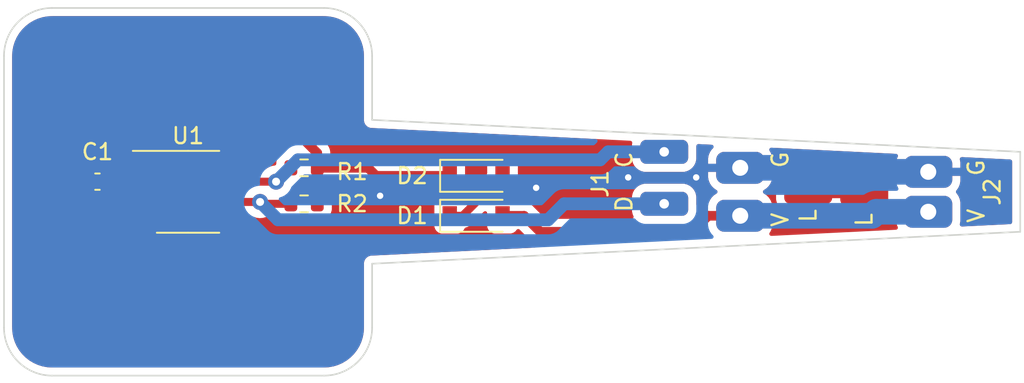
<source format=kicad_pcb>
(kicad_pcb (version 20211014) (generator pcbnew)
  (layers (0 "F.Cu" signal) (31 "B.Cu" signal) (34 "B.Paste" user) (35 "F.Paste" user) (36 "B.SilkS" user "B.Silkscreen") (37 "F.SilkS" user "F.Silkscreen") (38 "B.Mask" user) (39 "F.Mask" user) (44 "Edge.Cuts" user))
  (net 0 "")
  (net 1 "Net-(C1-Pad1)")
  (net 2 "GND")
  (net 3 "Net-(D1-Pad1)")
  (net 4 "+5V")
  (net 5 "Net-(J1-Pad2)")
  (net 6 "Net-(R1-Pad2)")
  (net 7 "Net-(R2-Pad2)")
  (footprint "Resistor_SMD:R_0603_1608Metric" (layer "F.Cu") (at 198.75 96 180)
    (fp_text reference "R1" (at -3 -0.25 180) (layer "F.SilkS"))
    (fp_text value "4.7K" hide)
    (fp_line (start -0.237258 -0.5225) (end 0.237258 -0.5225) (layer "F.SilkS") (width 0.12))
    (fp_line (start -0.237258 0.5225) (end 0.237258 0.5225) (layer "F.SilkS") (width 0.12))
    (pad "1" smd roundrect (at -0.825 0 180) (size 0.8 0.95) (layers "F.Cu" "F.Paste" "F.Mask") (net 1 "Net-(C1-Pad1)"))
    (pad "2" smd roundrect (at 0.825 0 180) (size 0.8 0.95) (layers "F.Cu" "F.Paste" "F.Mask") (net 6 "Net-(R1-Pad2)"))
  )
  (footprint "Capacitor_SMD:C_0603_1608Metric" (layer "F.Cu") (at 185.84 96.865 180)
    (fp_text reference "C1" (at 0 1.865 180) (layer "F.SilkS"))
    (fp_text value "C" hide)
    (fp_line (start -0.14058 0.51) (end 0.14058 0.51) (layer "F.SilkS") (width 0.12))
    (fp_line (start -0.14058 -0.51) (end 0.14058 -0.51) (layer "F.SilkS") (width 0.12))
    (pad "1" smd roundrect (at -0.775 0 180) (size 0.9 0.95) (layers "F.Cu" "F.Paste" "F.Mask") (net 1 "Net-(C1-Pad1)"))
    (pad "2" smd roundrect (at 0.775 0 180) (size 0.9 0.95) (layers "F.Cu" "F.Paste" "F.Mask") (net 2 "GND"))
  )
  (footprint "Package_SO:SOIC-8_3.9x4.9mm_P1.27mm" (layer "F.Cu") (at 191.5 97.5)
    (fp_text reference "U1" (at 0 -3.5) (layer "F.SilkS"))
    (fp_text value "AS5600")
    (fp_line (start 0 -2.56) (end 1.95 -2.56) (layer "F.SilkS") (width 0.12))
    (fp_line (start 0 -2.56) (end -3.45 -2.56) (layer "F.SilkS") (width 0.12))
    (fp_line (start 0 2.56) (end -1.95 2.56) (layer "F.SilkS") (width 0.12))
    (fp_line (start 0 2.56) (end 1.95 2.56) (layer "F.SilkS") (width 0.12))
    (pad "1" smd roundrect (at -2.475 -1.905) (size 1.95 0.6) (layers "F.Cu" "F.Paste" "F.Mask") (net 1 "Net-(C1-Pad1)"))
    (pad "2" smd roundrect (at -2.475 -0.635) (size 1.95 0.6) (layers "F.Cu" "F.Paste" "F.Mask") (net 1 "Net-(C1-Pad1)"))
    (pad "3" smd roundrect (at -2.475 0.635) (size 1.95 0.6) (layers "F.Cu" "F.Paste" "F.Mask"))
    (pad "4" smd roundrect (at -2.475 1.905) (size 1.95 0.6) (layers "F.Cu" "F.Paste" "F.Mask") (net 2 "GND"))
    (pad "5" smd roundrect (at 2.475 1.905) (size 1.95 0.6) (layers "F.Cu" "F.Paste" "F.Mask"))
    (pad "6" smd roundrect (at 2.475 0.635) (size 1.95 0.6) (layers "F.Cu" "F.Paste" "F.Mask") (net 7 "Net-(R2-Pad2)"))
    (pad "7" smd roundrect (at 2.475 -0.635) (size 1.95 0.6) (layers "F.Cu" "F.Paste" "F.Mask") (net 6 "Net-(R1-Pad2)"))
    (pad "8" smd roundrect (at 2.475 -1.905) (size 1.95 0.6) (layers "F.Cu" "F.Paste" "F.Mask") (net 2 "GND"))
  )
  (footprint "Diode_SMD:D_SOD-123" (layer "F.Cu") (at 209.5 99)
    (fp_text reference "D1" (at -4 0) (layer "F.SilkS"))
    (fp_text value "1N4148" hide)
    (fp_line (start -2.25 1) (end 1.65 1) (layer "F.SilkS") (width 0.12))
    (fp_line (start -2.25 -1) (end 1.65 -1) (layer "F.SilkS") (width 0.12))
    (fp_line (start -2.25 -1) (end -2.25 1) (layer "F.SilkS") (width 0.12))
    (pad "1" smd rect (at -1.65 0) (size 0.9 1.2) (layers "F.Cu" "F.Paste" "F.Mask") (net 3 "Net-(D1-Pad1)"))
    (pad "2" smd rect (at 1.65 0) (size 0.9 1.2) (layers "F.Cu" "F.Paste" "F.Mask") (net 4 "+5V"))
  )
  (footprint "iidx_tt:Pads3" (layer "F.Cu") (at 235.75 97.5 180)
    (fp_text reference "J2" (at -6 0 270) (layer "F.SilkS"))
    (fp_text value "Conn_01x03_Female" hide)
    (fp_text user "G" (at -5 1.5 90 unlocked) (layer "F.SilkS"))
    (fp_text user "L" (at 2 -1.75 90 unlocked) (layer "F.SilkS"))
    (fp_text user "V" (at -5 -1.5 90 unlocked) (layer "F.SilkS"))
    (pad "1" thru_hole roundrect (at -2 -1.25 180) (size 3 2) (drill 1) (layers *.Cu *.Mask) (net 4 "+5V"))
    (pad "2" smd roundrect (at 2 0 180) (size 3 1.9) (layers "F.Cu" "F.Paste" "F.Mask") (net 5 "Net-(J1-Pad2)"))
    (pad "3" thru_hole roundrect (at -2 1.25 180) (size 3 2) (drill 1) (layers *.Cu *.Mask) (net 2 "GND"))
  )
  (footprint "Diode_SMD:D_SOD-123" (layer "F.Cu") (at 209.5 96.5)
    (fp_text reference "D2" (at -4 0) (layer "F.SilkS"))
    (fp_text value "1N4148" hide)
    (fp_line (start -2.25 -1) (end 1.65 -1) (layer "F.SilkS") (width 0.12))
    (fp_line (start -2.25 1) (end 1.65 1) (layer "F.SilkS") (width 0.12))
    (fp_line (start -2.25 -1) (end -2.25 1) (layer "F.SilkS") (width 0.12))
    (pad "1" smd rect (at -1.65 0) (size 0.9 1.2) (layers "F.Cu" "F.Paste" "F.Mask") (net 1 "Net-(C1-Pad1)"))
    (pad "2" smd rect (at 1.65 0) (size 0.9 1.2) (layers "F.Cu" "F.Paste" "F.Mask") (net 3 "Net-(D1-Pad1)"))
  )
  (footprint "iidx_tt:Pads5" (layer "F.Cu") (at 223.75 97.5 180)
    (fp_text reference "J1" (at 6.5 0.5 270) (layer "F.SilkS"))
    (fp_text value "Conn_01x05_Female" hide)
    (fp_text user "L" (at -6.5 -1.5 90 unlocked) (layer "F.SilkS"))
    (fp_text user "V" (at -4.75 -1.75 90 unlocked) (layer "F.SilkS"))
    (fp_text user "G" (at -4.75 2 90 unlocked) (layer "F.SilkS"))
    (fp_text user "C" (at 5 2 90 unlocked) (layer "F.SilkS"))
    (fp_text user "D" (at 5 -0.75 90 unlocked) (layer "F.SilkS"))
    (pad "1" thru_hole roundrect (at -2.25 -1.5 180) (size 3 2) (drill 1) (layers *.Cu *.Mask) (net 4 "+5V"))
    (pad "2" smd roundrect (at -6.5 0 180) (size 3 1.5) (layers "F.Cu" "F.Paste" "F.Mask") (net 5 "Net-(J1-Pad2)"))
    (pad "3" thru_hole roundrect (at 2.5 -0.75 180) (size 3 1.5) (drill 0.6) (layers *.Cu *.Mask) (net 7 "Net-(R2-Pad2)"))
    (pad "4" thru_hole roundrect (at 2.5 2.5 180) (size 3 1.5) (drill 0.6) (layers *.Cu *.Mask) (net 6 "Net-(R1-Pad2)"))
    (pad "5" thru_hole roundrect (at -2.25 1.5 180) (size 3 2) (drill 1) (layers *.Cu *.Mask) (net 2 "GND"))
  )
  (footprint "Resistor_SMD:R_0603_1608Metric" (layer "F.Cu") (at 198.75 98.25 180)
    (fp_text reference "R2" (at -3 0 180) (layer "F.SilkS"))
    (fp_text value "4.7K" hide)
    (fp_line (start -0.237258 -0.5225) (end 0.237258 -0.5225) (layer "F.SilkS") (width 0.12))
    (fp_line (start -0.237258 0.5225) (end 0.237258 0.5225) (layer "F.SilkS") (width 0.12))
    (pad "1" smd roundrect (at -0.825 0 180) (size 0.8 0.95) (layers "F.Cu" "F.Paste" "F.Mask") (net 1 "Net-(C1-Pad1)"))
    (pad "2" smd roundrect (at 0.825 0 180) (size 0.8 0.95) (layers "F.Cu" "F.Paste" "F.Mask") (net 7 "Net-(R2-Pad2)"))
  )
  (gr_line (start 183 109) (end 200 109) (layer "Edge.Cuts") (width 0.1))
  (gr_arc (start 180 89) (mid 180.87868 86.87868) (end 183 86) (layer "Edge.Cuts") (width 0.1))
  (gr_line (start 203 93) (end 203 89) (layer "Edge.Cuts") (width 0.1))
  (gr_line (start 180 89) (end 180 106) (layer "Edge.Cuts") (width 0.1))
  (gr_line (start 203 93) (end 243.5 95) (layer "Edge.Cuts") (width 0.1))
  (gr_arc (start 200 86) (mid 202.12132 86.87868) (end 203 89) (layer "Edge.Cuts") (width 0.1))
  (gr_arc (start 203 106) (mid 202.12132 108.12132) (end 200 109) (layer "Edge.Cuts") (width 0.1))
  (gr_line (start 203 106) (end 203 102) (layer "Edge.Cuts") (width 0.1))
  (gr_line (start 200 86) (end 183 86) (layer "Edge.Cuts") (width 0.1))
  (gr_line (start 243.5 100) (end 203 102) (layer "Edge.Cuts") (width 0.1))
  (gr_line (start 243.5 95) (end 243.5 100) (layer "Edge.Cuts") (width 0.1))
  (gr_arc (start 183 109) (mid 180.87868 108.12132) (end 180 106) (layer "Edge.Cuts") (width 0.1))
  (segment (start 188.925 95.075) (end 188.925 96.865) (width 0.6) (layer "F.Cu") (net 1))
  (segment (start 199.575 96) (end 199.575 97.675) (width 0.6) (layer "F.Cu") (net 1))
  (segment (start 202.75 96) (end 199.575 96) (width 0.6) (layer "F.Cu") (net 1))
  (segment (start 188.925 96.865) (end 186.615 96.865) (width 0.6) (layer "F.Cu") (net 1))
  (segment (start 189.75 94.25) (end 188.925 95.075) (width 0.6) (layer "F.Cu") (net 1))
  (segment (start 207.85 96.5) (end 203.25 96.5) (width 0.6) (layer "F.Cu") (net 1))
  (segment (start 199.575 97.675) (end 199.575 98.25) (width 0.6) (layer "F.Cu") (net 1))
  (segment (start 199.575 95.075) (end 198.75 94.25) (width 0.6) (layer "F.Cu") (net 1))
  (segment (start 199.575 96) (end 199.575 95.075) (width 0.6) (layer "F.Cu") (net 1))
  (segment (start 198.75 94.25) (end 189.75 94.25) (width 0.6) (layer "F.Cu") (net 1))
  (segment (start 203.25 96.5) (end 202.75 96) (width 0.6) (layer "F.Cu") (net 1))
  (via (at 219 96.6) (size 0.8) (drill 0.4) (layers "F.Cu" "B.Cu") (net 2))
  (via (at 223.25 96.6) (size 0.8) (drill 0.4) (layers "F.Cu" "B.Cu") (net 2))
  (via (at 203.5 97.75) (size 0.8) (drill 0.4) (layers "F.Cu" "B.Cu") (net 2))
  (via (at 213.25 97.25) (size 0.8) (drill 0.4) (layers "F.Cu" "B.Cu") (net 2))
  (segment (start 237.75 96.25) (end 234.5 96.25) (width 1.6) (layer "B.Cu") (net 2))
  (segment (start 234.5 96.25) (end 234.25 96) (width 1.6) (layer "B.Cu") (net 2))
  (segment (start 234.25 96) (end 226 96) (width 1.6) (layer "B.Cu") (net 2))
  (segment (start 208.65 99) (end 211.15 96.5) (width 0.5) (layer "F.Cu") (net 3))
  (segment (start 207.85 99) (end 208.65 99) (width 0.5) (layer "F.Cu") (net 3))
  (segment (start 212.5 99) (end 211.15 99) (width 0.6) (layer "F.Cu") (net 4))
  (segment (start 226 99) (end 224 99) (width 0.6) (layer "F.Cu") (net 4))
  (segment (start 223 100) (end 213.5 100) (width 0.6) (layer "F.Cu") (net 4))
  (segment (start 224 99) (end 223 100) (width 0.6) (layer "F.Cu") (net 4))
  (segment (start 213.5 100) (end 212.5 99) (width 0.6) (layer "F.Cu") (net 4))
  (segment (start 226 99) (end 234.25 99) (width 1.6) (layer "B.Cu") (net 4))
  (segment (start 234.25 99) (end 234.5 98.75) (width 1.6) (layer "B.Cu") (net 4))
  (segment (start 234.5 98.75) (end 237.75 98.75) (width 1.6) (layer "B.Cu") (net 4))
  (segment (start 233.5 97.5) (end 230.25 97.5) (width 0.8) (layer "F.Cu") (net 5))
  (segment (start 197.06 96.865) (end 197.925 96) (width 0.5) (layer "F.Cu") (net 6))
  (segment (start 197 96.865) (end 197.06 96.865) (width 0.5) (layer "F.Cu") (net 6))
  (segment (start 194.075 96.865) (end 197 96.865) (width 0.5) (layer "F.Cu") (net 6))
  (via (at 197 96.865) (size 1) (drill 0.5) (layers "F.Cu" "B.Cu") (net 6))
  (segment (start 221.25 95) (end 217.75 95) (width 0.8) (layer "B.Cu") (net 6))
  (segment (start 217.75 95) (end 217.25 95.5) (width 0.8) (layer "B.Cu") (net 6))
  (segment (start 198.365 95.5) (end 197 96.865) (width 0.8) (layer "B.Cu") (net 6))
  (segment (start 217.25 95.5) (end 198.365 95.5) (width 0.8) (layer "B.Cu") (net 6))
  (segment (start 196 98.135) (end 196.115 98.25) (width 0.5) (layer "F.Cu") (net 7))
  (segment (start 196.115 98.25) (end 197.925 98.25) (width 0.5) (layer "F.Cu") (net 7))
  (segment (start 194.075 98.135) (end 196 98.135) (width 0.5) (layer "F.Cu") (net 7))
  (via (at 196 98.135) (size 1) (drill 0.5) (layers "F.Cu" "B.Cu") (net 7))
  (segment (start 214 99.25) (end 197.115 99.25) (width 0.8) (layer "B.Cu") (net 7))
  (segment (start 221.25 98.25) (end 215 98.25) (width 0.8) (layer "B.Cu") (net 7))
  (segment (start 197.115 99.25) (end 196 98.135) (width 0.8) (layer "B.Cu") (net 7))
  (segment (start 215 98.25) (end 214 99.25) (width 0.8) (layer "B.Cu") (net 7))
  (zone (net 2) (net_name "GND") (layers F&B.Cu) (connect_pads (clearance 0.508)) (min_thickness 0.254) (fill yes (thermal_gap 0.508) (thermal_bridge_width 0.508))
    (polygon (pts (xy 243.75 109.5) (xy 179.75 109.5) (xy 179.75 85.5) (xy 243.75 85.5)))
  )
)
</source>
